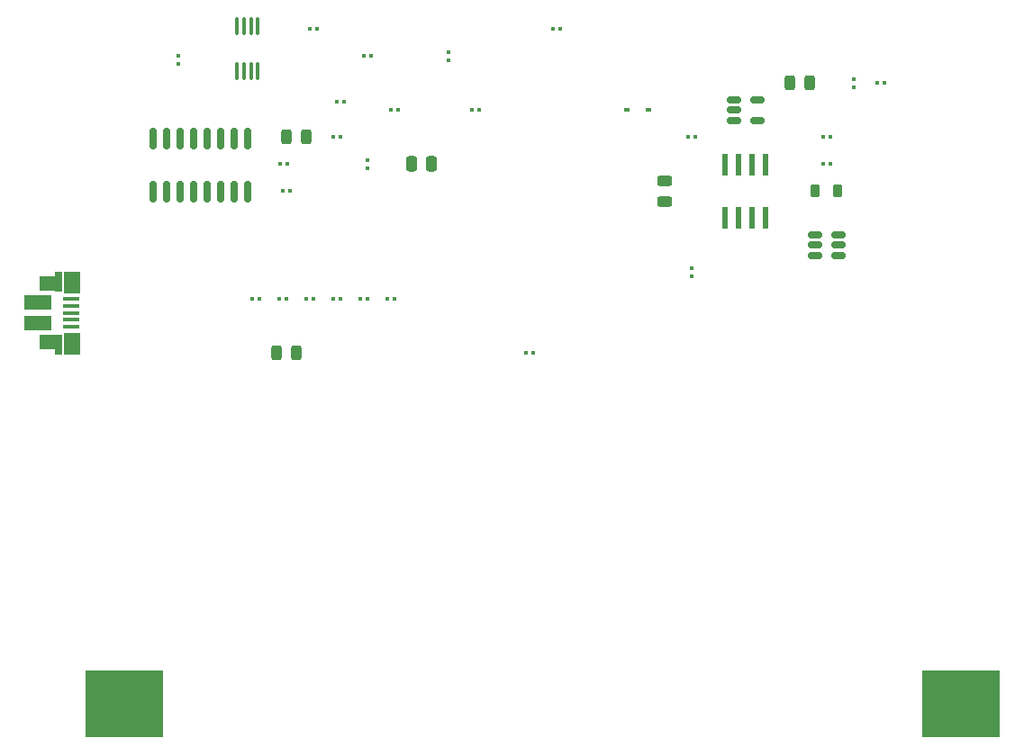
<source format=gbr>
%TF.GenerationSoftware,KiCad,Pcbnew,(6.0.2)*%
%TF.CreationDate,2022-04-13T17:52:14+02:00*%
%TF.ProjectId,main,6d61696e-2e6b-4696-9361-645f70636258,rev?*%
%TF.SameCoordinates,Original*%
%TF.FileFunction,Paste,Top*%
%TF.FilePolarity,Positive*%
%FSLAX46Y46*%
G04 Gerber Fmt 4.6, Leading zero omitted, Abs format (unit mm)*
G04 Created by KiCad (PCBNEW (6.0.2)) date 2022-04-13 17:52:14*
%MOMM*%
%LPD*%
G01*
G04 APERTURE LIST*
G04 Aperture macros list*
%AMRoundRect*
0 Rectangle with rounded corners*
0 $1 Rounding radius*
0 $2 $3 $4 $5 $6 $7 $8 $9 X,Y pos of 4 corners*
0 Add a 4 corners polygon primitive as box body*
4,1,4,$2,$3,$4,$5,$6,$7,$8,$9,$2,$3,0*
0 Add four circle primitives for the rounded corners*
1,1,$1+$1,$2,$3*
1,1,$1+$1,$4,$5*
1,1,$1+$1,$6,$7*
1,1,$1+$1,$8,$9*
0 Add four rect primitives between the rounded corners*
20,1,$1+$1,$2,$3,$4,$5,0*
20,1,$1+$1,$4,$5,$6,$7,0*
20,1,$1+$1,$6,$7,$8,$9,0*
20,1,$1+$1,$8,$9,$2,$3,0*%
G04 Aperture macros list end*
%ADD10RoundRect,0.150000X0.150000X-0.850000X0.150000X0.850000X-0.150000X0.850000X-0.150000X-0.850000X0*%
%ADD11RoundRect,0.079500X0.079500X0.100500X-0.079500X0.100500X-0.079500X-0.100500X0.079500X-0.100500X0*%
%ADD12RoundRect,0.100000X0.100000X-0.712500X0.100000X0.712500X-0.100000X0.712500X-0.100000X-0.712500X0*%
%ADD13R,7.340000X6.350000*%
%ADD14RoundRect,0.079500X-0.100500X0.079500X-0.100500X-0.079500X0.100500X-0.079500X0.100500X0.079500X0*%
%ADD15RoundRect,0.079500X-0.079500X-0.100500X0.079500X-0.100500X0.079500X0.100500X-0.079500X0.100500X0*%
%ADD16RoundRect,0.079500X0.100500X-0.079500X0.100500X0.079500X-0.100500X0.079500X-0.100500X-0.079500X0*%
%ADD17RoundRect,0.243750X0.456250X-0.243750X0.456250X0.243750X-0.456250X0.243750X-0.456250X-0.243750X0*%
%ADD18RoundRect,0.243750X-0.243750X-0.456250X0.243750X-0.456250X0.243750X0.456250X-0.243750X0.456250X0*%
%ADD19RoundRect,0.039900X-0.245100X0.945100X-0.245100X-0.945100X0.245100X-0.945100X0.245100X0.945100X0*%
%ADD20R,1.650000X0.400000*%
%ADD21R,2.000000X1.350000*%
%ADD22R,0.700000X1.825000*%
%ADD23R,2.500000X1.430000*%
%ADD24R,1.500000X2.000000*%
%ADD25RoundRect,0.250000X-0.250000X-0.475000X0.250000X-0.475000X0.250000X0.475000X-0.250000X0.475000X0*%
%ADD26RoundRect,0.150000X-0.512500X-0.150000X0.512500X-0.150000X0.512500X0.150000X-0.512500X0.150000X0*%
%ADD27R,0.600000X0.450000*%
%ADD28RoundRect,0.218750X0.218750X0.381250X-0.218750X0.381250X-0.218750X-0.381250X0.218750X-0.381250X0*%
G04 APERTURE END LIST*
D10*
%TO.C,FTDI1*%
X124595000Y-81300000D03*
X125865000Y-81300000D03*
X127135000Y-81300000D03*
X128405000Y-81300000D03*
X129675000Y-81300000D03*
X130945000Y-81300000D03*
X132215000Y-81300000D03*
X133485000Y-81300000D03*
X133485000Y-76300000D03*
X132215000Y-76300000D03*
X130945000Y-76300000D03*
X129675000Y-76300000D03*
X128405000Y-76300000D03*
X127135000Y-76300000D03*
X125865000Y-76300000D03*
X124595000Y-76300000D03*
%TD*%
D11*
%TO.C,LDR1*%
X159675000Y-96520000D03*
X160365000Y-96520000D03*
%TD*%
D12*
%TO.C,TempSensor1*%
X132525000Y-70002500D03*
X133175000Y-70002500D03*
X133825000Y-70002500D03*
X134475000Y-70002500D03*
X134475000Y-65777500D03*
X133825000Y-65777500D03*
X133175000Y-65777500D03*
X132525000Y-65777500D03*
%TD*%
D13*
%TO.C,BT1*%
X121920000Y-129540000D03*
X200580000Y-129540000D03*
%TD*%
D14*
%TO.C,R5*%
X190500000Y-70775000D03*
X190500000Y-71465000D03*
%TD*%
D15*
%TO.C,R17*%
X136585000Y-78740000D03*
X137275000Y-78740000D03*
%TD*%
D16*
%TO.C,R7*%
X152400000Y-68925000D03*
X152400000Y-68235000D03*
%TD*%
D15*
%TO.C,R1*%
X188305000Y-76200000D03*
X187615000Y-76200000D03*
%TD*%
D17*
%TO.C,D1*%
X172720000Y-82217500D03*
X172720000Y-80342500D03*
%TD*%
D15*
%TO.C,R14*%
X147320000Y-91440000D03*
X146630000Y-91440000D03*
%TD*%
D16*
%TO.C,R4*%
X175260000Y-89245000D03*
X175260000Y-88555000D03*
%TD*%
D15*
%TO.C,R19*%
X134620000Y-91440000D03*
X133930000Y-91440000D03*
%TD*%
D18*
%TO.C,D4*%
X136222500Y-96520000D03*
X138097500Y-96520000D03*
%TD*%
D15*
%TO.C,R6*%
X155285000Y-73660000D03*
X154595000Y-73660000D03*
%TD*%
D16*
%TO.C,C3*%
X144780000Y-78395000D03*
X144780000Y-79085000D03*
%TD*%
D11*
%TO.C,R3*%
X174915000Y-76200000D03*
X175605000Y-76200000D03*
%TD*%
D15*
%TO.C,R20*%
X137160000Y-91440000D03*
X136470000Y-91440000D03*
%TD*%
D19*
%TO.C,EEPROM1*%
X182245000Y-78805000D03*
X180975000Y-78805000D03*
X179705000Y-78805000D03*
X178435000Y-78805000D03*
X178435000Y-83755000D03*
X179705000Y-83755000D03*
X180975000Y-83755000D03*
X182245000Y-83755000D03*
%TD*%
D20*
%TO.C,J5*%
X116935000Y-91415000D03*
X116935000Y-92065000D03*
X116935000Y-92715000D03*
X116935000Y-93365000D03*
X116935000Y-94015000D03*
D21*
X114985000Y-89985000D03*
D22*
X115735000Y-95715000D03*
D23*
X113785000Y-93675000D03*
X113785000Y-91755000D03*
D21*
X114985000Y-95465000D03*
D24*
X117035000Y-89865000D03*
D22*
X115735000Y-89765000D03*
D24*
X117055000Y-95615000D03*
%TD*%
D15*
%TO.C,R9*%
X140045000Y-66040000D03*
X139355000Y-66040000D03*
%TD*%
D25*
%TO.C,C2*%
X148910000Y-78740000D03*
X150810000Y-78740000D03*
%TD*%
D11*
%TO.C,R10*%
X141895000Y-72870000D03*
X142585000Y-72870000D03*
%TD*%
D15*
%TO.C,LDR2*%
X162905000Y-66040000D03*
X162215000Y-66040000D03*
%TD*%
D26*
%TO.C,U1*%
X179202500Y-72710000D03*
X179202500Y-73660000D03*
X179202500Y-74610000D03*
X181477500Y-74610000D03*
X181477500Y-72710000D03*
%TD*%
D11*
%TO.C,R2*%
X187615000Y-78740000D03*
X188305000Y-78740000D03*
%TD*%
%TO.C,R11*%
X145125000Y-68580000D03*
X144435000Y-68580000D03*
%TD*%
D26*
%TO.C,U2*%
X186822500Y-85410000D03*
X186822500Y-86360000D03*
X186822500Y-87310000D03*
X189097500Y-87310000D03*
X189097500Y-86360000D03*
X189097500Y-85410000D03*
%TD*%
D27*
%TO.C,D3*%
X169130000Y-73660000D03*
X171230000Y-73660000D03*
%TD*%
D15*
%TO.C,C1*%
X193385000Y-71120000D03*
X192695000Y-71120000D03*
%TD*%
%TO.C,C4*%
X142240000Y-91440000D03*
X141550000Y-91440000D03*
%TD*%
D18*
%TO.C,LED1*%
X137160000Y-76200000D03*
X139035000Y-76200000D03*
%TD*%
D15*
%TO.C,R15*%
X139010000Y-91440000D03*
X139700000Y-91440000D03*
%TD*%
%TO.C,R13*%
X141575000Y-76200000D03*
X142265000Y-76200000D03*
%TD*%
%TO.C,R16*%
X137505000Y-81280000D03*
X136815000Y-81280000D03*
%TD*%
D18*
%TO.C,D2*%
X184482500Y-71120000D03*
X186357500Y-71120000D03*
%TD*%
D15*
%TO.C,R8*%
X146975000Y-73660000D03*
X147665000Y-73660000D03*
%TD*%
D28*
%TO.C,L1*%
X189022500Y-81280000D03*
X186897500Y-81280000D03*
%TD*%
D15*
%TO.C,R18*%
X144780000Y-91440000D03*
X144090000Y-91440000D03*
%TD*%
D14*
%TO.C,R12*%
X127000000Y-68580000D03*
X127000000Y-69270000D03*
%TD*%
M02*

</source>
